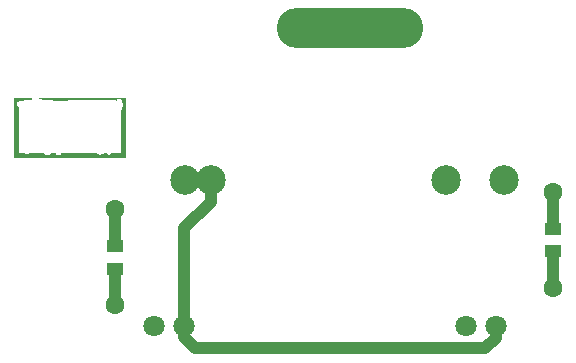
<source format=gbr>
%TF.GenerationSoftware,KiCad,Pcbnew,7.0.9-7.0.9~ubuntu22.04.1*%
%TF.CreationDate,2023-11-20T19:54:57+05:30*%
%TF.ProjectId,MAP4,4d415034-2e6b-4696-9361-645f70636258,1*%
%TF.SameCoordinates,Original*%
%TF.FileFunction,Copper,L2,Bot*%
%TF.FilePolarity,Positive*%
%FSLAX46Y46*%
G04 Gerber Fmt 4.6, Leading zero omitted, Abs format (unit mm)*
G04 Created by KiCad (PCBNEW 7.0.9-7.0.9~ubuntu22.04.1) date 2023-11-20 19:54:57*
%MOMM*%
%LPD*%
G01*
G04 APERTURE LIST*
%TA.AperFunction,NonConductor*%
%ADD10C,0.000000*%
%TD*%
%TA.AperFunction,ComponentPad*%
%ADD11C,1.800000*%
%TD*%
%TA.AperFunction,ComponentPad*%
%ADD12O,12.400000X3.400000*%
%TD*%
%TA.AperFunction,ComponentPad*%
%ADD13C,1.600000*%
%TD*%
%TA.AperFunction,SMDPad,CuDef*%
%ADD14R,1.450000X1.000000*%
%TD*%
%TA.AperFunction,ComponentPad*%
%ADD15C,2.500000*%
%TD*%
%TA.AperFunction,Conductor*%
%ADD16C,1.000000*%
%TD*%
G04 APERTURE END LIST*
D10*
%TA.AperFunction,NonConductor*%
G36*
X103151024Y-75082364D02*
G01*
X103141835Y-75095382D01*
X103133399Y-75108957D01*
X103125736Y-75123032D01*
X103118866Y-75137551D01*
X103112808Y-75152458D01*
X103107582Y-75167695D01*
X103103207Y-75183207D01*
X103099703Y-75198936D01*
X103097089Y-75214827D01*
X103095386Y-75230822D01*
X103094613Y-75246866D01*
X103094789Y-75262900D01*
X103095935Y-75278870D01*
X103098069Y-75294718D01*
X103101211Y-75310388D01*
X103047650Y-75307175D01*
X102994103Y-75304693D01*
X102940568Y-75302933D01*
X102887047Y-75301889D01*
X102833540Y-75301552D01*
X102780047Y-75301915D01*
X102726568Y-75302971D01*
X102673103Y-75304712D01*
X102662774Y-75296896D01*
X102652300Y-75289722D01*
X102641696Y-75283183D01*
X102630977Y-75277269D01*
X102620157Y-75271972D01*
X102609253Y-75267283D01*
X102598277Y-75263193D01*
X102587245Y-75259694D01*
X102576172Y-75256777D01*
X102565072Y-75254434D01*
X102553960Y-75252655D01*
X102542851Y-75251432D01*
X102531759Y-75250756D01*
X102520700Y-75250619D01*
X102509688Y-75251013D01*
X102498737Y-75251927D01*
X102487863Y-75253354D01*
X102477080Y-75255285D01*
X102466403Y-75257712D01*
X102455847Y-75260625D01*
X102445426Y-75264016D01*
X102435156Y-75267877D01*
X102415123Y-75276971D01*
X102395868Y-75287839D01*
X102377508Y-75300410D01*
X102360161Y-75314616D01*
X102343945Y-75330387D01*
X102297018Y-75336375D01*
X102250106Y-75342896D01*
X102203208Y-75349960D01*
X102156324Y-75357577D01*
X102109455Y-75365758D01*
X102062601Y-75374514D01*
X102015761Y-75383855D01*
X101968937Y-75393791D01*
X101953122Y-75397955D01*
X101937863Y-75403354D01*
X101923183Y-75409920D01*
X101909108Y-75417587D01*
X101895660Y-75426289D01*
X101882866Y-75435957D01*
X101870749Y-75446526D01*
X101859334Y-75457928D01*
X101848646Y-75470097D01*
X101838708Y-75482965D01*
X101829545Y-75496467D01*
X101821183Y-75510534D01*
X101813645Y-75525101D01*
X101806955Y-75540101D01*
X101801139Y-75555466D01*
X101796220Y-75571129D01*
X101792224Y-75587025D01*
X101789175Y-75603086D01*
X101787096Y-75619245D01*
X101786014Y-75635435D01*
X101785951Y-75651590D01*
X101786933Y-75667643D01*
X101788984Y-75683526D01*
X101792129Y-75699174D01*
X101796392Y-75714518D01*
X101801798Y-75729493D01*
X101808370Y-75744032D01*
X101816134Y-75758067D01*
X101825114Y-75771532D01*
X101835335Y-75784360D01*
X101846820Y-75796484D01*
X101859595Y-75807838D01*
X101878635Y-75823047D01*
X101898071Y-75838202D01*
X101937147Y-75868534D01*
X101937147Y-79732765D01*
X102423243Y-79732765D01*
X102428386Y-79745226D01*
X102434145Y-79757359D01*
X102440524Y-79769137D01*
X102447526Y-79780529D01*
X102455155Y-79791509D01*
X102463415Y-79802047D01*
X102472311Y-79812113D01*
X102481845Y-79821680D01*
X102492022Y-79830719D01*
X102502845Y-79839200D01*
X102514319Y-79847096D01*
X102526447Y-79854376D01*
X102539233Y-79861014D01*
X102552681Y-79866979D01*
X102566795Y-79872243D01*
X102581578Y-79876777D01*
X102592072Y-79879378D01*
X102602750Y-79881448D01*
X102613586Y-79882995D01*
X102624555Y-79884027D01*
X102646783Y-79884573D01*
X102669225Y-79883143D01*
X102691670Y-79879794D01*
X102713909Y-79874584D01*
X102735730Y-79867571D01*
X102756924Y-79858811D01*
X102777281Y-79848362D01*
X102796591Y-79836282D01*
X102814643Y-79822629D01*
X102823132Y-79815230D01*
X102831228Y-79807459D01*
X102838904Y-79799323D01*
X102846134Y-79790830D01*
X102852893Y-79781987D01*
X102859153Y-79772800D01*
X102864889Y-79763277D01*
X102870074Y-79753426D01*
X102874681Y-79743253D01*
X102878686Y-79732765D01*
X104078731Y-79732765D01*
X104084387Y-79743862D01*
X104090471Y-79754832D01*
X104096986Y-79765666D01*
X104103939Y-79776354D01*
X104111331Y-79786889D01*
X104119169Y-79797261D01*
X104127456Y-79807460D01*
X104136196Y-79817478D01*
X104154246Y-79835972D01*
X104173572Y-79853102D01*
X104194058Y-79868828D01*
X104215590Y-79883108D01*
X104238052Y-79895900D01*
X104261331Y-79907163D01*
X104285310Y-79916855D01*
X104309876Y-79924935D01*
X104334914Y-79931362D01*
X104360308Y-79936093D01*
X104385945Y-79939087D01*
X104411708Y-79940304D01*
X104437484Y-79939700D01*
X104463158Y-79937236D01*
X104488614Y-79932869D01*
X104501224Y-79929959D01*
X104513738Y-79926557D01*
X104520156Y-79924599D01*
X104526508Y-79922516D01*
X104532794Y-79920310D01*
X104539013Y-79917983D01*
X104545164Y-79915538D01*
X104551247Y-79912976D01*
X104563207Y-79907512D01*
X104574890Y-79901606D01*
X104586291Y-79895275D01*
X104597406Y-79888537D01*
X104608232Y-79881406D01*
X104617597Y-79876418D01*
X104626828Y-79871124D01*
X104635912Y-79865514D01*
X104644838Y-79859575D01*
X104653593Y-79853298D01*
X104657902Y-79850029D01*
X104662165Y-79846671D01*
X104666378Y-79843223D01*
X104670541Y-79839684D01*
X104674652Y-79836051D01*
X104678710Y-79832325D01*
X104684469Y-79826803D01*
X104690065Y-79821175D01*
X104695500Y-79815443D01*
X104700773Y-79809612D01*
X104705885Y-79803682D01*
X104710836Y-79797657D01*
X104715628Y-79791540D01*
X104720260Y-79785333D01*
X104724733Y-79779039D01*
X104729047Y-79772661D01*
X104733203Y-79766200D01*
X104737202Y-79759661D01*
X104741044Y-79753045D01*
X104744730Y-79746355D01*
X104748259Y-79739594D01*
X104751633Y-79732765D01*
X105084809Y-79732765D01*
X105087050Y-79743669D01*
X105089363Y-79754552D01*
X105091582Y-79765458D01*
X105092605Y-79770934D01*
X105093542Y-79776431D01*
X105095968Y-79788690D01*
X105099201Y-79800590D01*
X105103207Y-79812123D01*
X105107950Y-79823280D01*
X105113395Y-79834054D01*
X105119508Y-79844436D01*
X105126254Y-79854418D01*
X105133598Y-79863991D01*
X105141506Y-79873147D01*
X105149941Y-79881879D01*
X105158869Y-79890177D01*
X105168256Y-79898033D01*
X105178066Y-79905439D01*
X105188265Y-79912387D01*
X105198818Y-79918869D01*
X105209689Y-79924875D01*
X105220844Y-79930398D01*
X105232248Y-79935430D01*
X105243866Y-79939962D01*
X105255664Y-79943985D01*
X105267606Y-79947492D01*
X105279657Y-79950475D01*
X105291782Y-79952924D01*
X105303948Y-79954833D01*
X105316118Y-79956191D01*
X105328258Y-79956992D01*
X105340332Y-79957226D01*
X105352307Y-79956886D01*
X105364147Y-79955963D01*
X105375818Y-79954448D01*
X105387283Y-79952335D01*
X105398510Y-79949613D01*
X105408449Y-79946671D01*
X105418093Y-79943397D01*
X105427440Y-79939797D01*
X105436493Y-79935882D01*
X105445251Y-79931659D01*
X105453716Y-79927138D01*
X105461888Y-79922326D01*
X105469768Y-79917233D01*
X105477358Y-79911866D01*
X105484657Y-79906235D01*
X105491667Y-79900348D01*
X105498388Y-79894214D01*
X105504821Y-79887841D01*
X105510968Y-79881237D01*
X105516828Y-79874412D01*
X105522403Y-79867374D01*
X105527693Y-79860131D01*
X105532699Y-79852692D01*
X105537423Y-79845066D01*
X105541864Y-79837261D01*
X105549903Y-79821148D01*
X105556823Y-79804422D01*
X105562630Y-79787153D01*
X105567330Y-79769408D01*
X105570931Y-79751256D01*
X105573438Y-79732765D01*
X107248750Y-79732765D01*
X107257775Y-79740753D01*
X107267218Y-79748297D01*
X107277050Y-79755390D01*
X107287247Y-79762025D01*
X107297780Y-79768194D01*
X107308624Y-79773891D01*
X107319751Y-79779108D01*
X107331135Y-79783838D01*
X107342749Y-79788074D01*
X107354566Y-79791809D01*
X107366560Y-79795036D01*
X107378704Y-79797748D01*
X107390970Y-79799937D01*
X107403334Y-79801597D01*
X107415767Y-79802720D01*
X107428242Y-79803299D01*
X107440735Y-79803326D01*
X107453216Y-79802796D01*
X107465660Y-79801700D01*
X107478041Y-79800032D01*
X107490330Y-79797785D01*
X107502502Y-79794950D01*
X107514530Y-79791522D01*
X107526387Y-79787492D01*
X107538046Y-79782855D01*
X107549481Y-79777602D01*
X107560665Y-79771727D01*
X107571571Y-79765222D01*
X107582172Y-79758081D01*
X107592442Y-79750296D01*
X107602354Y-79741859D01*
X107611882Y-79732765D01*
X108537351Y-79732765D01*
X108542232Y-79740050D01*
X108547323Y-79747225D01*
X108552626Y-79754286D01*
X108558142Y-79761228D01*
X108563873Y-79768047D01*
X108569820Y-79774738D01*
X108575984Y-79781297D01*
X108582367Y-79787720D01*
X108588970Y-79794001D01*
X108595794Y-79800136D01*
X108602840Y-79806121D01*
X108610110Y-79811952D01*
X108617605Y-79817623D01*
X108625326Y-79823130D01*
X108633275Y-79828469D01*
X108641453Y-79833635D01*
X108656987Y-79842608D01*
X108672842Y-79850720D01*
X108688984Y-79857977D01*
X108705379Y-79864388D01*
X108721989Y-79869957D01*
X108738782Y-79874692D01*
X108755720Y-79878598D01*
X108772770Y-79881683D01*
X108789895Y-79883953D01*
X108807062Y-79885414D01*
X108824235Y-79886073D01*
X108841378Y-79885936D01*
X108858456Y-79885011D01*
X108875436Y-79883302D01*
X108892280Y-79880818D01*
X108908954Y-79877563D01*
X108916099Y-79879089D01*
X108923254Y-79880425D01*
X108930425Y-79881568D01*
X108937616Y-79882515D01*
X108944834Y-79883262D01*
X108952083Y-79883806D01*
X108959369Y-79884142D01*
X108966697Y-79884269D01*
X108974072Y-79884182D01*
X108981500Y-79883878D01*
X108988986Y-79883353D01*
X108996534Y-79882605D01*
X109004151Y-79881629D01*
X109011842Y-79880422D01*
X109019611Y-79878980D01*
X109027465Y-79877301D01*
X109038165Y-79874450D01*
X109048974Y-79870794D01*
X109059828Y-79866384D01*
X109070662Y-79861271D01*
X109081411Y-79855505D01*
X109092011Y-79849138D01*
X109102395Y-79842219D01*
X109112500Y-79834800D01*
X109122261Y-79826931D01*
X109131613Y-79818662D01*
X109140490Y-79810045D01*
X109148828Y-79801131D01*
X109156563Y-79791969D01*
X109163629Y-79782610D01*
X109169961Y-79773106D01*
X109175495Y-79763506D01*
X109179492Y-79755831D01*
X109183358Y-79748148D01*
X109187114Y-79740459D01*
X109190779Y-79732765D01*
X109358807Y-79732765D01*
X109362618Y-79741000D01*
X109366781Y-79749083D01*
X109371282Y-79757008D01*
X109376108Y-79764767D01*
X109381247Y-79772354D01*
X109386685Y-79779760D01*
X109392411Y-79786979D01*
X109398411Y-79794003D01*
X109404673Y-79800825D01*
X109411183Y-79807437D01*
X109417928Y-79813834D01*
X109424897Y-79820006D01*
X109432076Y-79825947D01*
X109439453Y-79831650D01*
X109447014Y-79837107D01*
X109454746Y-79842312D01*
X109470676Y-79851932D01*
X109478847Y-79856334D01*
X109487138Y-79860454D01*
X109495538Y-79864285D01*
X109504032Y-79867819D01*
X109512608Y-79871049D01*
X109521254Y-79873968D01*
X109529956Y-79876569D01*
X109538702Y-79878844D01*
X109547478Y-79880786D01*
X109556273Y-79882388D01*
X109565073Y-79883643D01*
X109573865Y-79884542D01*
X109582637Y-79885080D01*
X109591376Y-79885249D01*
X109601371Y-79885062D01*
X109611190Y-79884506D01*
X109620832Y-79883588D01*
X109630293Y-79882316D01*
X109648671Y-79878740D01*
X109666307Y-79873834D01*
X109683187Y-79867659D01*
X109699296Y-79860272D01*
X109714620Y-79851734D01*
X109729142Y-79842102D01*
X109742848Y-79831437D01*
X109755724Y-79819796D01*
X109767753Y-79807238D01*
X109778922Y-79793823D01*
X109789214Y-79779609D01*
X109798616Y-79764656D01*
X109807112Y-79749022D01*
X109814687Y-79732765D01*
X110633522Y-79732765D01*
X110633522Y-76095164D01*
X110657867Y-76048773D01*
X110679700Y-76001307D01*
X110698944Y-75952866D01*
X110715523Y-75903550D01*
X110729361Y-75853457D01*
X110740380Y-75802688D01*
X110748505Y-75751341D01*
X110753659Y-75699516D01*
X110755765Y-75647313D01*
X110754748Y-75594831D01*
X110750530Y-75542169D01*
X110743036Y-75489427D01*
X110732188Y-75436704D01*
X110717910Y-75384100D01*
X110700127Y-75331715D01*
X110678760Y-75279647D01*
X110673266Y-75268408D01*
X110667084Y-75257726D01*
X110660249Y-75247598D01*
X110652798Y-75238024D01*
X110644767Y-75229004D01*
X110636191Y-75220536D01*
X110627107Y-75212619D01*
X110617549Y-75205253D01*
X110607556Y-75198437D01*
X110597162Y-75192170D01*
X110586403Y-75186451D01*
X110575315Y-75181279D01*
X110563935Y-75176653D01*
X110552297Y-75172573D01*
X110540439Y-75169038D01*
X110528396Y-75166046D01*
X110516205Y-75163598D01*
X110503900Y-75161691D01*
X110491518Y-75160326D01*
X110479095Y-75159501D01*
X110466667Y-75159216D01*
X110454270Y-75159469D01*
X110441940Y-75160260D01*
X110429712Y-75161588D01*
X110417624Y-75163452D01*
X110405710Y-75165852D01*
X110394006Y-75168785D01*
X110382550Y-75172253D01*
X110371376Y-75176253D01*
X110360520Y-75180784D01*
X110350019Y-75185847D01*
X110339908Y-75191440D01*
X110330226Y-75197389D01*
X110321007Y-75203640D01*
X110312245Y-75210183D01*
X110303933Y-75217004D01*
X110296065Y-75224093D01*
X110288634Y-75231437D01*
X110281634Y-75239025D01*
X110275058Y-75246845D01*
X110268900Y-75254884D01*
X110263153Y-75263132D01*
X110257811Y-75271576D01*
X110252867Y-75280205D01*
X110248314Y-75289006D01*
X110244147Y-75297968D01*
X110240358Y-75307079D01*
X110236942Y-75316327D01*
X110229975Y-75311422D01*
X110222818Y-75306761D01*
X110215471Y-75302352D01*
X110207937Y-75298205D01*
X110200217Y-75294329D01*
X110192312Y-75290734D01*
X110184224Y-75287428D01*
X110175954Y-75284420D01*
X110167503Y-75281721D01*
X110158873Y-75279339D01*
X110150065Y-75277283D01*
X110141081Y-75275563D01*
X110131922Y-75274188D01*
X110122590Y-75273167D01*
X110113085Y-75272509D01*
X110103409Y-75272224D01*
X108865012Y-75262869D01*
X107626310Y-75266439D01*
X107007155Y-75276677D01*
X106388296Y-75294473D01*
X105769860Y-75321269D01*
X105151968Y-75358509D01*
X104628173Y-75293151D01*
X104365781Y-75263891D01*
X104103184Y-75238949D01*
X103851834Y-75154788D01*
X103600756Y-75069960D01*
X111040669Y-75069960D01*
X111040669Y-80140000D01*
X101530000Y-80140000D01*
X101530000Y-75069960D01*
X103160947Y-75069960D01*
X103151024Y-75082364D01*
G37*
%TD.AperFunction*%
D11*
%TO.P,D1,1,A*%
%TO.N,/3V*%
X115970000Y-94400000D03*
%TO.P,D1,2,K*%
%TO.N,/LED_red*%
X113430000Y-94400000D03*
%TD*%
%TO.P,D2,1,A*%
%TO.N,/3V*%
X142320000Y-94400000D03*
%TO.P,D2,2,K*%
%TO.N,/LED_grn*%
X139780000Y-94400000D03*
%TD*%
D12*
%TO.P,P2,1,P1*%
%TO.N,unconnected-(P2-P1-Pad1)*%
X130000000Y-69200000D03*
%TD*%
D13*
%TO.P,R1,1*%
%TO.N,/GND*%
X110100000Y-84536000D03*
D14*
X110100000Y-87650000D03*
%TO.P,R1,2*%
%TO.N,/LED_red*%
X110100000Y-89550000D03*
D13*
X110100000Y-92664000D03*
%TD*%
%TO.P,R2,1*%
%TO.N,/GND*%
X147200000Y-83036000D03*
D14*
X147200000Y-86150000D03*
%TO.P,R2,2*%
%TO.N,/LED_grn*%
X147200000Y-88050000D03*
D13*
X147200000Y-91164000D03*
%TD*%
D15*
%TO.P,BT1,1,+*%
%TO.N,/3V*%
X116000000Y-82000000D03*
X118200000Y-82000000D03*
%TO.P,BT1,2,-*%
%TO.N,/GND*%
X138100000Y-82000000D03*
X143000000Y-82000000D03*
%TD*%
D16*
%TO.N,/3V*%
X115970000Y-95370000D02*
X115970000Y-94400000D01*
X115970000Y-86130000D02*
X118200000Y-83900000D01*
X141400000Y-96300000D02*
X116900000Y-96300000D01*
X142320000Y-95380000D02*
X141400000Y-96300000D01*
X116900000Y-96300000D02*
X115970000Y-95370000D01*
X116000000Y-82000000D02*
X118200000Y-82000000D01*
X142320000Y-94400000D02*
X142320000Y-95380000D01*
X118200000Y-83900000D02*
X118200000Y-82000000D01*
X115970000Y-94400000D02*
X115970000Y-86130000D01*
%TO.N,/GND*%
X110100000Y-87650000D02*
X110100000Y-84536000D01*
X147200000Y-83036000D02*
X147200000Y-86150000D01*
%TO.N,/LED_red*%
X110100000Y-92664000D02*
X110100000Y-89550000D01*
%TO.N,/LED_grn*%
X147200000Y-91164000D02*
X147200000Y-88050000D01*
%TD*%
M02*

</source>
